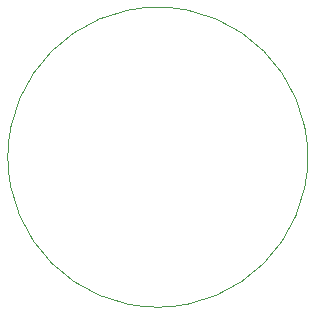
<source format=gbr>
G04 #@! TF.GenerationSoftware,KiCad,Pcbnew,5.1.5-52549c5~84~ubuntu19.04.1*
G04 #@! TF.CreationDate,2020-02-08T22:23:32+01:00*
G04 #@! TF.ProjectId,ilulissat,696c756c-6973-4736-9174-2e6b69636164,rev?*
G04 #@! TF.SameCoordinates,Original*
G04 #@! TF.FileFunction,Profile,NP*
%FSLAX46Y46*%
G04 Gerber Fmt 4.6, Leading zero omitted, Abs format (unit mm)*
G04 Created by KiCad (PCBNEW 5.1.5-52549c5~84~ubuntu19.04.1) date 2020-02-08 22:23:32*
%MOMM*%
%LPD*%
G04 APERTURE LIST*
%ADD10C,0.050000*%
G04 APERTURE END LIST*
D10*
X162700000Y-100000000D02*
G75*
G03X162700000Y-100000000I-12700000J0D01*
G01*
M02*

</source>
